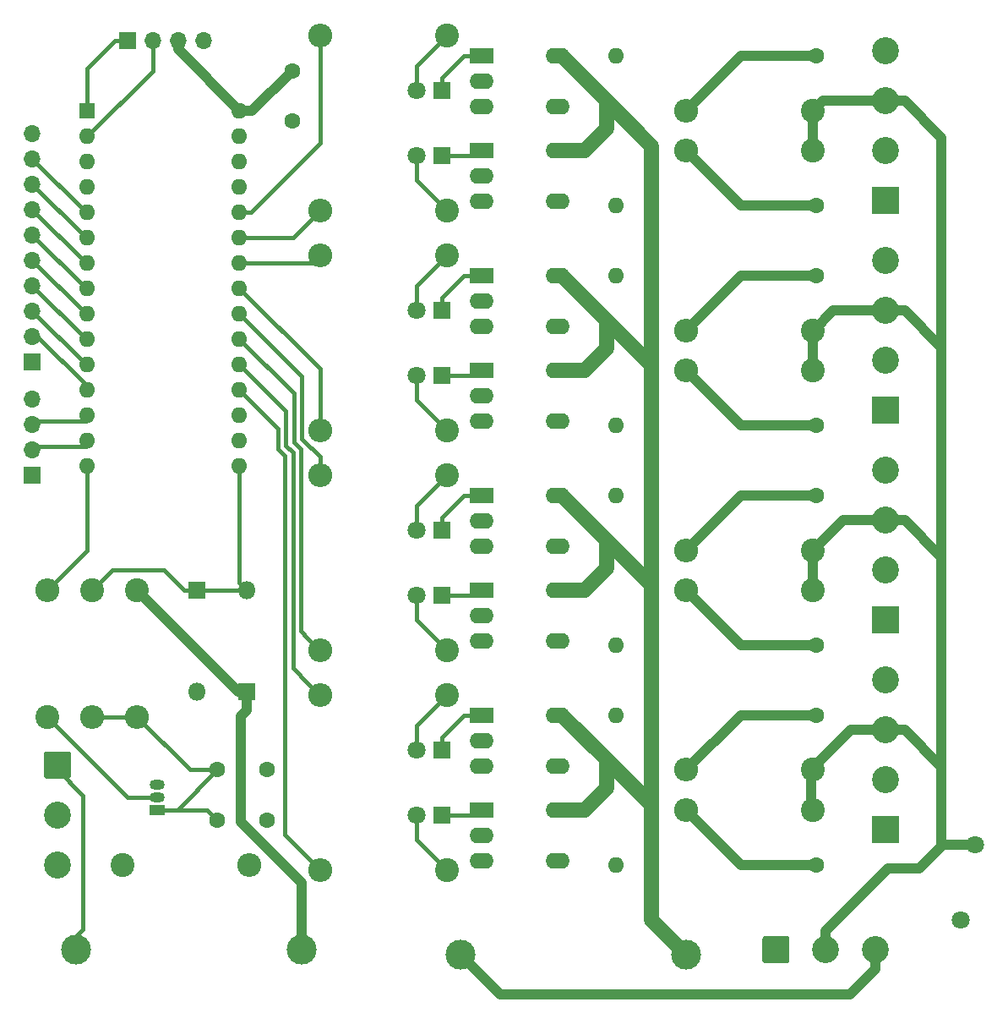
<source format=gbr>
G04 #@! TF.GenerationSoftware,KiCad,Pcbnew,5.0.1*
G04 #@! TF.CreationDate,2019-02-11T21:30:51+01:00*
G04 #@! TF.ProjectId,optocupler,6F70746F6375706C65722E6B69636164,rev?*
G04 #@! TF.SameCoordinates,Original*
G04 #@! TF.FileFunction,Copper,L1,Top,Signal*
G04 #@! TF.FilePolarity,Positive*
%FSLAX46Y46*%
G04 Gerber Fmt 4.6, Leading zero omitted, Abs format (unit mm)*
G04 Created by KiCad (PCBNEW 5.0.1) date Mon 11 Feb 2019 21:30:51 CET*
%MOMM*%
%LPD*%
G01*
G04 APERTURE LIST*
G04 #@! TA.AperFunction,ComponentPad*
%ADD10O,1.600000X1.600000*%
G04 #@! TD*
G04 #@! TA.AperFunction,ComponentPad*
%ADD11C,1.600000*%
G04 #@! TD*
G04 #@! TA.AperFunction,ComponentPad*
%ADD12R,2.400000X1.600000*%
G04 #@! TD*
G04 #@! TA.AperFunction,ComponentPad*
%ADD13O,2.400000X1.600000*%
G04 #@! TD*
G04 #@! TA.AperFunction,ComponentPad*
%ADD14C,2.700000*%
G04 #@! TD*
G04 #@! TA.AperFunction,ComponentPad*
%ADD15R,2.700000X2.700000*%
G04 #@! TD*
G04 #@! TA.AperFunction,ComponentPad*
%ADD16O,2.400000X2.400000*%
G04 #@! TD*
G04 #@! TA.AperFunction,ComponentPad*
%ADD17C,2.400000*%
G04 #@! TD*
G04 #@! TA.AperFunction,ComponentPad*
%ADD18C,1.800000*%
G04 #@! TD*
G04 #@! TA.AperFunction,Conductor*
%ADD19C,0.100000*%
G04 #@! TD*
G04 #@! TA.AperFunction,ComponentPad*
%ADD20O,1.700000X1.700000*%
G04 #@! TD*
G04 #@! TA.AperFunction,ComponentPad*
%ADD21R,1.700000X1.700000*%
G04 #@! TD*
G04 #@! TA.AperFunction,ComponentPad*
%ADD22R,1.600000X1.600000*%
G04 #@! TD*
G04 #@! TA.AperFunction,ComponentPad*
%ADD23R,1.800000X1.800000*%
G04 #@! TD*
G04 #@! TA.AperFunction,ComponentPad*
%ADD24O,1.800000X1.800000*%
G04 #@! TD*
G04 #@! TA.AperFunction,ComponentPad*
%ADD25C,3.000000*%
G04 #@! TD*
G04 #@! TA.AperFunction,ComponentPad*
%ADD26O,1.500000X1.050000*%
G04 #@! TD*
G04 #@! TA.AperFunction,ComponentPad*
%ADD27R,1.500000X1.050000*%
G04 #@! TD*
G04 #@! TA.AperFunction,Conductor*
%ADD28C,0.400000*%
G04 #@! TD*
G04 #@! TA.AperFunction,Conductor*
%ADD29C,1.000000*%
G04 #@! TD*
G04 #@! TA.AperFunction,Conductor*
%ADD30C,1.500000*%
G04 #@! TD*
G04 APERTURE END LIST*
D10*
G04 #@! TO.P,C1,2*
G04 #@! TO.N,Net-(C1-Pad2)*
X152000000Y-125500000D03*
D11*
G04 #@! TO.P,C1,1*
G04 #@! TO.N,Net-(C1-Pad1)*
X172000000Y-125500000D03*
G04 #@! TD*
D12*
G04 #@! TO.P,U7,1*
G04 #@! TO.N,Net-(D8-Pad1)*
X138500000Y-59500000D03*
D13*
G04 #@! TO.P,U7,4*
G04 #@! TO.N,Net-(C7-Pad2)*
X146120000Y-64580000D03*
G04 #@! TO.P,U7,2*
G04 #@! TO.N,Net-(A1-Pad29)*
X138500000Y-62040000D03*
G04 #@! TO.P,U7,5*
G04 #@! TO.N,N/C*
X138500000Y-64580000D03*
G04 #@! TO.P,U7,3*
G04 #@! TO.N,Net-(F1-Pad1)*
X146120000Y-59500000D03*
G04 #@! TD*
D14*
G04 #@! TO.P,J6,4*
G04 #@! TO.N,Net-(C5-Pad2)*
X179000000Y-80000000D03*
G04 #@! TO.P,J6,3*
G04 #@! TO.N,Net-(J3-Pad2)*
X179000000Y-85000000D03*
G04 #@! TO.P,J6,2*
G04 #@! TO.N,Net-(C6-Pad2)*
X179000000Y-90000000D03*
D15*
G04 #@! TO.P,J6,1*
G04 #@! TO.N,Net-(J3-Pad1)*
X179000000Y-95000000D03*
G04 #@! TD*
D16*
G04 #@! TO.P,R12,2*
G04 #@! TO.N,Net-(C4-Pad1)*
X159000000Y-113000000D03*
D17*
G04 #@! TO.P,R12,1*
G04 #@! TO.N,Net-(J3-Pad2)*
X171700000Y-113000000D03*
G04 #@! TD*
D16*
G04 #@! TO.P,R13,2*
G04 #@! TO.N,Net-(C5-Pad1)*
X159000000Y-87000000D03*
D17*
G04 #@! TO.P,R13,1*
G04 #@! TO.N,Net-(J3-Pad2)*
X171700000Y-87000000D03*
G04 #@! TD*
G04 #@! TO.P,R14,1*
G04 #@! TO.N,Net-(J3-Pad2)*
X171700000Y-91000000D03*
D16*
G04 #@! TO.P,R14,2*
G04 #@! TO.N,Net-(C6-Pad1)*
X159000000Y-91000000D03*
G04 #@! TD*
G04 #@! TO.P,R15,2*
G04 #@! TO.N,Net-(C7-Pad1)*
X159000000Y-65000000D03*
D17*
G04 #@! TO.P,R15,1*
G04 #@! TO.N,Net-(J3-Pad2)*
X171700000Y-65000000D03*
G04 #@! TD*
G04 #@! TO.P,R16,1*
G04 #@! TO.N,Net-(J3-Pad2)*
X171700000Y-69000000D03*
D16*
G04 #@! TO.P,R16,2*
G04 #@! TO.N,Net-(C8-Pad1)*
X159000000Y-69000000D03*
G04 #@! TD*
D18*
G04 #@! TO.P,RV1,1*
G04 #@! TO.N,Net-(F1-Pad1)*
X186500000Y-146000000D03*
G04 #@! TO.P,RV1,2*
G04 #@! TO.N,Net-(J3-Pad2)*
X187950000Y-138500000D03*
G04 #@! TD*
D15*
G04 #@! TO.P,J7,1*
G04 #@! TO.N,Net-(J3-Pad1)*
X179000000Y-74000000D03*
D14*
G04 #@! TO.P,J7,2*
G04 #@! TO.N,Net-(C8-Pad2)*
X179000000Y-69000000D03*
G04 #@! TO.P,J7,3*
G04 #@! TO.N,Net-(J3-Pad2)*
X179000000Y-64000000D03*
G04 #@! TO.P,J7,4*
G04 #@! TO.N,Net-(C7-Pad2)*
X179000000Y-59000000D03*
G04 #@! TD*
G04 #@! TO.P,J4,4*
G04 #@! TO.N,Net-(C1-Pad2)*
X179000000Y-122000000D03*
G04 #@! TO.P,J4,3*
G04 #@! TO.N,Net-(J3-Pad2)*
X179000000Y-127000000D03*
G04 #@! TO.P,J4,2*
G04 #@! TO.N,Net-(C2-Pad2)*
X179000000Y-132000000D03*
D15*
G04 #@! TO.P,J4,1*
G04 #@! TO.N,Net-(J3-Pad1)*
X179000000Y-137000000D03*
G04 #@! TD*
D10*
G04 #@! TO.P,C3,2*
G04 #@! TO.N,Net-(C3-Pad2)*
X152000000Y-103500000D03*
D11*
G04 #@! TO.P,C3,1*
G04 #@! TO.N,Net-(C3-Pad1)*
X172000000Y-103500000D03*
G04 #@! TD*
G04 #@! TO.P,C5,1*
G04 #@! TO.N,Net-(C5-Pad1)*
X172000000Y-81500000D03*
D10*
G04 #@! TO.P,C5,2*
G04 #@! TO.N,Net-(C5-Pad2)*
X152000000Y-81500000D03*
G04 #@! TD*
D11*
G04 #@! TO.P,C7,1*
G04 #@! TO.N,Net-(C7-Pad1)*
X172000000Y-59500000D03*
D10*
G04 #@! TO.P,C7,2*
G04 #@! TO.N,Net-(C7-Pad2)*
X152000000Y-59500000D03*
G04 #@! TD*
D19*
G04 #@! TO.N,Net-(J3-Pad1)*
G04 #@! TO.C,J3*
G36*
X169124503Y-147651204D02*
X169148772Y-147654804D01*
X169172570Y-147660765D01*
X169195670Y-147669030D01*
X169217849Y-147679520D01*
X169238892Y-147692133D01*
X169258598Y-147706748D01*
X169276776Y-147723224D01*
X169293252Y-147741402D01*
X169307867Y-147761108D01*
X169320480Y-147782151D01*
X169330970Y-147804330D01*
X169339235Y-147827430D01*
X169345196Y-147851228D01*
X169348796Y-147875497D01*
X169350000Y-147900001D01*
X169350000Y-150099999D01*
X169348796Y-150124503D01*
X169345196Y-150148772D01*
X169339235Y-150172570D01*
X169330970Y-150195670D01*
X169320480Y-150217849D01*
X169307867Y-150238892D01*
X169293252Y-150258598D01*
X169276776Y-150276776D01*
X169258598Y-150293252D01*
X169238892Y-150307867D01*
X169217849Y-150320480D01*
X169195670Y-150330970D01*
X169172570Y-150339235D01*
X169148772Y-150345196D01*
X169124503Y-150348796D01*
X169099999Y-150350000D01*
X166900001Y-150350000D01*
X166875497Y-150348796D01*
X166851228Y-150345196D01*
X166827430Y-150339235D01*
X166804330Y-150330970D01*
X166782151Y-150320480D01*
X166761108Y-150307867D01*
X166741402Y-150293252D01*
X166723224Y-150276776D01*
X166706748Y-150258598D01*
X166692133Y-150238892D01*
X166679520Y-150217849D01*
X166669030Y-150195670D01*
X166660765Y-150172570D01*
X166654804Y-150148772D01*
X166651204Y-150124503D01*
X166650000Y-150099999D01*
X166650000Y-147900001D01*
X166651204Y-147875497D01*
X166654804Y-147851228D01*
X166660765Y-147827430D01*
X166669030Y-147804330D01*
X166679520Y-147782151D01*
X166692133Y-147761108D01*
X166706748Y-147741402D01*
X166723224Y-147723224D01*
X166741402Y-147706748D01*
X166761108Y-147692133D01*
X166782151Y-147679520D01*
X166804330Y-147669030D01*
X166827430Y-147660765D01*
X166851228Y-147654804D01*
X166875497Y-147651204D01*
X166900001Y-147650000D01*
X169099999Y-147650000D01*
X169124503Y-147651204D01*
X169124503Y-147651204D01*
G37*
D14*
G04 #@! TD*
G04 #@! TO.P,J3,1*
G04 #@! TO.N,Net-(J3-Pad1)*
X168000000Y-149000000D03*
G04 #@! TO.P,J3,2*
G04 #@! TO.N,Net-(J3-Pad2)*
X173000000Y-149000000D03*
G04 #@! TO.P,J3,3*
G04 #@! TO.N,Net-(F1-Pad2)*
X178000000Y-149000000D03*
G04 #@! TD*
D10*
G04 #@! TO.P,C6,2*
G04 #@! TO.N,Net-(C6-Pad2)*
X152000000Y-96500000D03*
D11*
G04 #@! TO.P,C6,1*
G04 #@! TO.N,Net-(C6-Pad1)*
X172000000Y-96500000D03*
G04 #@! TD*
G04 #@! TO.P,C8,1*
G04 #@! TO.N,Net-(C8-Pad1)*
X172000000Y-74500000D03*
D10*
G04 #@! TO.P,C8,2*
G04 #@! TO.N,Net-(C8-Pad2)*
X152000000Y-74500000D03*
G04 #@! TD*
G04 #@! TO.P,C4,2*
G04 #@! TO.N,Net-(C4-Pad2)*
X152000000Y-118500000D03*
D11*
G04 #@! TO.P,C4,1*
G04 #@! TO.N,Net-(C4-Pad1)*
X172000000Y-118500000D03*
G04 #@! TD*
G04 #@! TO.P,C2,1*
G04 #@! TO.N,Net-(C2-Pad1)*
X172000000Y-140500000D03*
D10*
G04 #@! TO.P,C2,2*
G04 #@! TO.N,Net-(C2-Pad2)*
X152000000Y-140500000D03*
G04 #@! TD*
D15*
G04 #@! TO.P,J5,1*
G04 #@! TO.N,Net-(J3-Pad1)*
X179000000Y-116000000D03*
D14*
G04 #@! TO.P,J5,2*
G04 #@! TO.N,Net-(C4-Pad2)*
X179000000Y-111000000D03*
G04 #@! TO.P,J5,3*
G04 #@! TO.N,Net-(J3-Pad2)*
X179000000Y-106000000D03*
G04 #@! TO.P,J5,4*
G04 #@! TO.N,Net-(C3-Pad2)*
X179000000Y-101000000D03*
G04 #@! TD*
D17*
G04 #@! TO.P,R9,1*
G04 #@! TO.N,Net-(J3-Pad2)*
X171700000Y-131000000D03*
D16*
G04 #@! TO.P,R9,2*
G04 #@! TO.N,Net-(C1-Pad1)*
X159000000Y-131000000D03*
G04 #@! TD*
D17*
G04 #@! TO.P,R10,1*
G04 #@! TO.N,Net-(J3-Pad2)*
X171700000Y-135000000D03*
D16*
G04 #@! TO.P,R10,2*
G04 #@! TO.N,Net-(C2-Pad1)*
X159000000Y-135000000D03*
G04 #@! TD*
D17*
G04 #@! TO.P,R11,1*
G04 #@! TO.N,Net-(J3-Pad2)*
X171700000Y-109000000D03*
D16*
G04 #@! TO.P,R11,2*
G04 #@! TO.N,Net-(C3-Pad1)*
X159000000Y-109000000D03*
G04 #@! TD*
D20*
G04 #@! TO.P,J2,4*
G04 #@! TO.N,Net-(A1-Pad29)*
X110620000Y-58000000D03*
G04 #@! TO.P,J2,3*
G04 #@! TO.N,Net-(A1-Pad30)*
X108080000Y-58000000D03*
G04 #@! TO.P,J2,2*
G04 #@! TO.N,Net-(A1-Pad2)*
X105540000Y-58000000D03*
D21*
G04 #@! TO.P,J2,1*
G04 #@! TO.N,Net-(A1-Pad1)*
X103000000Y-58000000D03*
G04 #@! TD*
G04 #@! TO.P,J8,1*
G04 #@! TO.N,Net-(A1-Pad29)*
X93500000Y-101500000D03*
D20*
G04 #@! TO.P,J8,2*
G04 #@! TO.N,Net-(A1-Pad14)*
X93500000Y-98960000D03*
G04 #@! TO.P,J8,3*
G04 #@! TO.N,Net-(A1-Pad13)*
X93500000Y-96420000D03*
G04 #@! TO.P,J8,4*
G04 #@! TO.N,Net-(A1-Pad27)*
X93500000Y-93880000D03*
G04 #@! TD*
D21*
G04 #@! TO.P,J1,1*
G04 #@! TO.N,Net-(A1-Pad29)*
X93500000Y-90140000D03*
D20*
G04 #@! TO.P,J1,2*
G04 #@! TO.N,Net-(A1-Pad12)*
X93500000Y-87600000D03*
G04 #@! TO.P,J1,3*
G04 #@! TO.N,Net-(A1-Pad11)*
X93500000Y-85060000D03*
G04 #@! TO.P,J1,4*
G04 #@! TO.N,Net-(A1-Pad10)*
X93500000Y-82520000D03*
G04 #@! TO.P,J1,5*
G04 #@! TO.N,Net-(A1-Pad9)*
X93500000Y-79980000D03*
G04 #@! TO.P,J1,6*
G04 #@! TO.N,Net-(A1-Pad8)*
X93500000Y-77440000D03*
G04 #@! TO.P,J1,7*
G04 #@! TO.N,Net-(A1-Pad7)*
X93500000Y-74900000D03*
G04 #@! TO.P,J1,8*
G04 #@! TO.N,Net-(A1-Pad6)*
X93500000Y-72360000D03*
G04 #@! TO.P,J1,9*
G04 #@! TO.N,Net-(A1-Pad5)*
X93500000Y-69820000D03*
G04 #@! TO.P,J1,10*
G04 #@! TO.N,Net-(A1-Pad27)*
X93500000Y-67280000D03*
G04 #@! TD*
D17*
G04 #@! TO.P,R20,1*
G04 #@! TO.N,Net-(J9-Pad2)*
X102500000Y-140500000D03*
D16*
G04 #@! TO.P,R20,2*
G04 #@! TO.N,Net-(A1-Pad16)*
X115200000Y-140500000D03*
G04 #@! TD*
D22*
G04 #@! TO.P,A1,1*
G04 #@! TO.N,Net-(A1-Pad1)*
X99000000Y-65000000D03*
D10*
G04 #@! TO.P,A1,17*
G04 #@! TO.N,Net-(A1-Pad17)*
X114240000Y-98020000D03*
G04 #@! TO.P,A1,2*
G04 #@! TO.N,Net-(A1-Pad2)*
X99000000Y-67540000D03*
G04 #@! TO.P,A1,18*
G04 #@! TO.N,Net-(A1-Pad18)*
X114240000Y-95480000D03*
G04 #@! TO.P,A1,3*
G04 #@! TO.N,Net-(A1-Pad3)*
X99000000Y-70080000D03*
G04 #@! TO.P,A1,19*
G04 #@! TO.N,Net-(A1-Pad19)*
X114240000Y-92940000D03*
G04 #@! TO.P,A1,4*
G04 #@! TO.N,Net-(A1-Pad29)*
X99000000Y-72620000D03*
G04 #@! TO.P,A1,20*
G04 #@! TO.N,Net-(A1-Pad20)*
X114240000Y-90400000D03*
G04 #@! TO.P,A1,5*
G04 #@! TO.N,Net-(A1-Pad5)*
X99000000Y-75160000D03*
G04 #@! TO.P,A1,21*
G04 #@! TO.N,Net-(A1-Pad21)*
X114240000Y-87860000D03*
G04 #@! TO.P,A1,6*
G04 #@! TO.N,Net-(A1-Pad6)*
X99000000Y-77700000D03*
G04 #@! TO.P,A1,22*
G04 #@! TO.N,Net-(A1-Pad22)*
X114240000Y-85320000D03*
G04 #@! TO.P,A1,7*
G04 #@! TO.N,Net-(A1-Pad7)*
X99000000Y-80240000D03*
G04 #@! TO.P,A1,23*
G04 #@! TO.N,Net-(A1-Pad23)*
X114240000Y-82780000D03*
G04 #@! TO.P,A1,8*
G04 #@! TO.N,Net-(A1-Pad8)*
X99000000Y-82780000D03*
G04 #@! TO.P,A1,24*
G04 #@! TO.N,Net-(A1-Pad24)*
X114240000Y-80240000D03*
G04 #@! TO.P,A1,9*
G04 #@! TO.N,Net-(A1-Pad9)*
X99000000Y-85320000D03*
G04 #@! TO.P,A1,25*
G04 #@! TO.N,Net-(A1-Pad25)*
X114240000Y-77700000D03*
G04 #@! TO.P,A1,10*
G04 #@! TO.N,Net-(A1-Pad10)*
X99000000Y-87860000D03*
G04 #@! TO.P,A1,26*
G04 #@! TO.N,Net-(A1-Pad26)*
X114240000Y-75160000D03*
G04 #@! TO.P,A1,11*
G04 #@! TO.N,Net-(A1-Pad11)*
X99000000Y-90400000D03*
G04 #@! TO.P,A1,27*
G04 #@! TO.N,Net-(A1-Pad27)*
X114240000Y-72620000D03*
G04 #@! TO.P,A1,12*
G04 #@! TO.N,Net-(A1-Pad12)*
X99000000Y-92940000D03*
G04 #@! TO.P,A1,28*
G04 #@! TO.N,Net-(A1-Pad28)*
X114240000Y-70080000D03*
G04 #@! TO.P,A1,13*
G04 #@! TO.N,Net-(A1-Pad13)*
X99000000Y-95480000D03*
G04 #@! TO.P,A1,29*
G04 #@! TO.N,Net-(A1-Pad29)*
X114240000Y-67540000D03*
G04 #@! TO.P,A1,14*
G04 #@! TO.N,Net-(A1-Pad14)*
X99000000Y-98020000D03*
G04 #@! TO.P,A1,30*
G04 #@! TO.N,Net-(A1-Pad30)*
X114240000Y-65000000D03*
G04 #@! TO.P,A1,15*
G04 #@! TO.N,Net-(A1-Pad15)*
X99000000Y-100560000D03*
G04 #@! TO.P,A1,16*
G04 #@! TO.N,Net-(A1-Pad16)*
X114240000Y-100560000D03*
G04 #@! TD*
D12*
G04 #@! TO.P,U1,1*
G04 #@! TO.N,Net-(D2-Pad1)*
X138500000Y-125500000D03*
D13*
G04 #@! TO.P,U1,4*
G04 #@! TO.N,Net-(C1-Pad2)*
X146120000Y-130580000D03*
G04 #@! TO.P,U1,2*
G04 #@! TO.N,Net-(A1-Pad29)*
X138500000Y-128040000D03*
G04 #@! TO.P,U1,5*
G04 #@! TO.N,N/C*
X138500000Y-130580000D03*
G04 #@! TO.P,U1,3*
G04 #@! TO.N,Net-(F1-Pad1)*
X146120000Y-125500000D03*
G04 #@! TD*
D12*
G04 #@! TO.P,U2,1*
G04 #@! TO.N,Net-(D1-Pad1)*
X138500000Y-135000000D03*
D13*
G04 #@! TO.P,U2,4*
G04 #@! TO.N,Net-(C2-Pad2)*
X146120000Y-140080000D03*
G04 #@! TO.P,U2,2*
G04 #@! TO.N,Net-(A1-Pad29)*
X138500000Y-137540000D03*
G04 #@! TO.P,U2,5*
G04 #@! TO.N,N/C*
X138500000Y-140080000D03*
G04 #@! TO.P,U2,3*
G04 #@! TO.N,Net-(F1-Pad1)*
X146120000Y-135000000D03*
G04 #@! TD*
D12*
G04 #@! TO.P,U3,1*
G04 #@! TO.N,Net-(D4-Pad1)*
X138500000Y-103500000D03*
D13*
G04 #@! TO.P,U3,4*
G04 #@! TO.N,Net-(C3-Pad2)*
X146120000Y-108580000D03*
G04 #@! TO.P,U3,2*
G04 #@! TO.N,Net-(A1-Pad29)*
X138500000Y-106040000D03*
G04 #@! TO.P,U3,5*
G04 #@! TO.N,N/C*
X138500000Y-108580000D03*
G04 #@! TO.P,U3,3*
G04 #@! TO.N,Net-(F1-Pad1)*
X146120000Y-103500000D03*
G04 #@! TD*
D12*
G04 #@! TO.P,U4,1*
G04 #@! TO.N,Net-(D3-Pad1)*
X138500000Y-113000000D03*
D13*
G04 #@! TO.P,U4,4*
G04 #@! TO.N,Net-(C4-Pad2)*
X146120000Y-118080000D03*
G04 #@! TO.P,U4,2*
G04 #@! TO.N,Net-(A1-Pad29)*
X138500000Y-115540000D03*
G04 #@! TO.P,U4,5*
G04 #@! TO.N,N/C*
X138500000Y-118080000D03*
G04 #@! TO.P,U4,3*
G04 #@! TO.N,Net-(F1-Pad1)*
X146120000Y-113000000D03*
G04 #@! TD*
D12*
G04 #@! TO.P,U5,1*
G04 #@! TO.N,Net-(D6-Pad1)*
X138500000Y-81500000D03*
D13*
G04 #@! TO.P,U5,4*
G04 #@! TO.N,Net-(C5-Pad2)*
X146120000Y-86580000D03*
G04 #@! TO.P,U5,2*
G04 #@! TO.N,Net-(A1-Pad29)*
X138500000Y-84040000D03*
G04 #@! TO.P,U5,5*
G04 #@! TO.N,N/C*
X138500000Y-86580000D03*
G04 #@! TO.P,U5,3*
G04 #@! TO.N,Net-(F1-Pad1)*
X146120000Y-81500000D03*
G04 #@! TD*
D12*
G04 #@! TO.P,U6,1*
G04 #@! TO.N,Net-(D5-Pad1)*
X138500000Y-91000000D03*
D13*
G04 #@! TO.P,U6,4*
G04 #@! TO.N,Net-(C6-Pad2)*
X146120000Y-96080000D03*
G04 #@! TO.P,U6,2*
G04 #@! TO.N,Net-(A1-Pad29)*
X138500000Y-93540000D03*
G04 #@! TO.P,U6,5*
G04 #@! TO.N,N/C*
X138500000Y-96080000D03*
G04 #@! TO.P,U6,3*
G04 #@! TO.N,Net-(F1-Pad1)*
X146120000Y-91000000D03*
G04 #@! TD*
D12*
G04 #@! TO.P,U8,1*
G04 #@! TO.N,Net-(D7-Pad1)*
X138500000Y-69000000D03*
D13*
G04 #@! TO.P,U8,4*
G04 #@! TO.N,Net-(C8-Pad2)*
X146120000Y-74080000D03*
G04 #@! TO.P,U8,2*
G04 #@! TO.N,Net-(A1-Pad29)*
X138500000Y-71540000D03*
G04 #@! TO.P,U8,5*
G04 #@! TO.N,N/C*
X138500000Y-74080000D03*
G04 #@! TO.P,U8,3*
G04 #@! TO.N,Net-(F1-Pad1)*
X146120000Y-69000000D03*
G04 #@! TD*
D11*
G04 #@! TO.P,C9,1*
G04 #@! TO.N,Net-(A1-Pad29)*
X119500000Y-66000000D03*
G04 #@! TO.P,C9,2*
G04 #@! TO.N,Net-(A1-Pad30)*
X119500000Y-61000000D03*
G04 #@! TD*
G04 #@! TO.P,C10,1*
G04 #@! TO.N,Net-(C10-Pad1)*
X112000000Y-136000000D03*
G04 #@! TO.P,C10,2*
G04 #@! TO.N,Net-(C10-Pad2)*
X117000000Y-136000000D03*
G04 #@! TD*
G04 #@! TO.P,C11,2*
G04 #@! TO.N,Net-(A1-Pad29)*
X117000000Y-131000000D03*
G04 #@! TO.P,C11,1*
G04 #@! TO.N,Net-(C10-Pad1)*
X112000000Y-131000000D03*
G04 #@! TD*
D23*
G04 #@! TO.P,D1,1*
G04 #@! TO.N,Net-(D1-Pad1)*
X134500000Y-135500000D03*
D18*
G04 #@! TO.P,D1,2*
G04 #@! TO.N,Net-(D1-Pad2)*
X131960000Y-135500000D03*
G04 #@! TD*
G04 #@! TO.P,D2,2*
G04 #@! TO.N,Net-(D2-Pad2)*
X131960000Y-129000000D03*
D23*
G04 #@! TO.P,D2,1*
G04 #@! TO.N,Net-(D2-Pad1)*
X134500000Y-129000000D03*
G04 #@! TD*
D18*
G04 #@! TO.P,D3,2*
G04 #@! TO.N,Net-(D3-Pad2)*
X131960000Y-113500000D03*
D23*
G04 #@! TO.P,D3,1*
G04 #@! TO.N,Net-(D3-Pad1)*
X134500000Y-113500000D03*
G04 #@! TD*
G04 #@! TO.P,D4,1*
G04 #@! TO.N,Net-(D4-Pad1)*
X134500000Y-107000000D03*
D18*
G04 #@! TO.P,D4,2*
G04 #@! TO.N,Net-(D4-Pad2)*
X131960000Y-107000000D03*
G04 #@! TD*
D23*
G04 #@! TO.P,D5,1*
G04 #@! TO.N,Net-(D5-Pad1)*
X134500000Y-91500000D03*
D18*
G04 #@! TO.P,D5,2*
G04 #@! TO.N,Net-(D5-Pad2)*
X131960000Y-91500000D03*
G04 #@! TD*
G04 #@! TO.P,D6,2*
G04 #@! TO.N,Net-(D6-Pad2)*
X131960000Y-85000000D03*
D23*
G04 #@! TO.P,D6,1*
G04 #@! TO.N,Net-(D6-Pad1)*
X134500000Y-85000000D03*
G04 #@! TD*
G04 #@! TO.P,D7,1*
G04 #@! TO.N,Net-(D7-Pad1)*
X134500000Y-69500000D03*
D18*
G04 #@! TO.P,D7,2*
G04 #@! TO.N,Net-(D7-Pad2)*
X131960000Y-69500000D03*
G04 #@! TD*
G04 #@! TO.P,D8,2*
G04 #@! TO.N,Net-(D8-Pad2)*
X131960000Y-63000000D03*
D23*
G04 #@! TO.P,D8,1*
G04 #@! TO.N,Net-(D8-Pad1)*
X134500000Y-63000000D03*
G04 #@! TD*
G04 #@! TO.P,D9,1*
G04 #@! TO.N,Net-(A1-Pad27)*
X115000000Y-123160000D03*
D24*
G04 #@! TO.P,D9,2*
G04 #@! TO.N,Net-(A1-Pad16)*
X115000000Y-113000000D03*
G04 #@! TD*
G04 #@! TO.P,D10,2*
G04 #@! TO.N,Net-(A1-Pad29)*
X110000000Y-123160000D03*
D23*
G04 #@! TO.P,D10,1*
G04 #@! TO.N,Net-(A1-Pad16)*
X110000000Y-113000000D03*
G04 #@! TD*
D25*
G04 #@! TO.P,F1,2*
G04 #@! TO.N,Net-(F1-Pad2)*
X136400000Y-149500000D03*
G04 #@! TO.P,F1,1*
G04 #@! TO.N,Net-(F1-Pad1)*
X159000000Y-149500000D03*
G04 #@! TD*
G04 #@! TO.P,F2,1*
G04 #@! TO.N,Net-(A1-Pad27)*
X120500000Y-149000000D03*
G04 #@! TO.P,F2,2*
G04 #@! TO.N,Net-(F2-Pad2)*
X97900000Y-149000000D03*
G04 #@! TD*
D14*
G04 #@! TO.P,J9,3*
G04 #@! TO.N,Net-(A1-Pad29)*
X96000000Y-140500000D03*
G04 #@! TO.P,J9,2*
G04 #@! TO.N,Net-(J9-Pad2)*
X96000000Y-135500000D03*
D19*
G04 #@! TD*
G04 #@! TO.N,Net-(F2-Pad2)*
G04 #@! TO.C,J9*
G36*
X97124503Y-129151204D02*
X97148772Y-129154804D01*
X97172570Y-129160765D01*
X97195670Y-129169030D01*
X97217849Y-129179520D01*
X97238892Y-129192133D01*
X97258598Y-129206748D01*
X97276776Y-129223224D01*
X97293252Y-129241402D01*
X97307867Y-129261108D01*
X97320480Y-129282151D01*
X97330970Y-129304330D01*
X97339235Y-129327430D01*
X97345196Y-129351228D01*
X97348796Y-129375497D01*
X97350000Y-129400001D01*
X97350000Y-131599999D01*
X97348796Y-131624503D01*
X97345196Y-131648772D01*
X97339235Y-131672570D01*
X97330970Y-131695670D01*
X97320480Y-131717849D01*
X97307867Y-131738892D01*
X97293252Y-131758598D01*
X97276776Y-131776776D01*
X97258598Y-131793252D01*
X97238892Y-131807867D01*
X97217849Y-131820480D01*
X97195670Y-131830970D01*
X97172570Y-131839235D01*
X97148772Y-131845196D01*
X97124503Y-131848796D01*
X97099999Y-131850000D01*
X94900001Y-131850000D01*
X94875497Y-131848796D01*
X94851228Y-131845196D01*
X94827430Y-131839235D01*
X94804330Y-131830970D01*
X94782151Y-131820480D01*
X94761108Y-131807867D01*
X94741402Y-131793252D01*
X94723224Y-131776776D01*
X94706748Y-131758598D01*
X94692133Y-131738892D01*
X94679520Y-131717849D01*
X94669030Y-131695670D01*
X94660765Y-131672570D01*
X94654804Y-131648772D01*
X94651204Y-131624503D01*
X94650000Y-131599999D01*
X94650000Y-129400001D01*
X94651204Y-129375497D01*
X94654804Y-129351228D01*
X94660765Y-129327430D01*
X94669030Y-129304330D01*
X94679520Y-129282151D01*
X94692133Y-129261108D01*
X94706748Y-129241402D01*
X94723224Y-129223224D01*
X94741402Y-129206748D01*
X94761108Y-129192133D01*
X94782151Y-129179520D01*
X94804330Y-129169030D01*
X94827430Y-129160765D01*
X94851228Y-129154804D01*
X94875497Y-129151204D01*
X94900001Y-129150000D01*
X97099999Y-129150000D01*
X97124503Y-129151204D01*
X97124503Y-129151204D01*
G37*
D14*
G04 #@! TO.P,J9,1*
G04 #@! TO.N,Net-(F2-Pad2)*
X96000000Y-130500000D03*
G04 #@! TD*
D26*
G04 #@! TO.P,Q1,2*
G04 #@! TO.N,Net-(C10-Pad2)*
X106000000Y-133730000D03*
G04 #@! TO.P,Q1,3*
G04 #@! TO.N,Net-(A1-Pad29)*
X106000000Y-132460000D03*
D27*
G04 #@! TO.P,Q1,1*
G04 #@! TO.N,Net-(C10-Pad1)*
X106000000Y-135000000D03*
G04 #@! TD*
D16*
G04 #@! TO.P,R1,2*
G04 #@! TO.N,Net-(A1-Pad19)*
X122300000Y-141000000D03*
D17*
G04 #@! TO.P,R1,1*
G04 #@! TO.N,Net-(D1-Pad2)*
X135000000Y-141000000D03*
G04 #@! TD*
G04 #@! TO.P,R2,1*
G04 #@! TO.N,Net-(D2-Pad2)*
X135000000Y-123500000D03*
D16*
G04 #@! TO.P,R2,2*
G04 #@! TO.N,Net-(A1-Pad20)*
X122300000Y-123500000D03*
G04 #@! TD*
G04 #@! TO.P,R3,2*
G04 #@! TO.N,Net-(A1-Pad21)*
X122300000Y-119000000D03*
D17*
G04 #@! TO.P,R3,1*
G04 #@! TO.N,Net-(D3-Pad2)*
X135000000Y-119000000D03*
G04 #@! TD*
G04 #@! TO.P,R4,1*
G04 #@! TO.N,Net-(D4-Pad2)*
X135000000Y-101500000D03*
D16*
G04 #@! TO.P,R4,2*
G04 #@! TO.N,Net-(A1-Pad22)*
X122300000Y-101500000D03*
G04 #@! TD*
D17*
G04 #@! TO.P,R5,1*
G04 #@! TO.N,Net-(D5-Pad2)*
X135000000Y-97000000D03*
D16*
G04 #@! TO.P,R5,2*
G04 #@! TO.N,Net-(A1-Pad23)*
X122300000Y-97000000D03*
G04 #@! TD*
G04 #@! TO.P,R6,2*
G04 #@! TO.N,Net-(A1-Pad24)*
X122300000Y-79500000D03*
D17*
G04 #@! TO.P,R6,1*
G04 #@! TO.N,Net-(D6-Pad2)*
X135000000Y-79500000D03*
G04 #@! TD*
D16*
G04 #@! TO.P,R7,2*
G04 #@! TO.N,Net-(A1-Pad25)*
X122300000Y-75000000D03*
D17*
G04 #@! TO.P,R7,1*
G04 #@! TO.N,Net-(D7-Pad2)*
X135000000Y-75000000D03*
G04 #@! TD*
G04 #@! TO.P,R8,1*
G04 #@! TO.N,Net-(D8-Pad2)*
X135000000Y-57500000D03*
D16*
G04 #@! TO.P,R8,2*
G04 #@! TO.N,Net-(A1-Pad26)*
X122300000Y-57500000D03*
G04 #@! TD*
G04 #@! TO.P,R17,2*
G04 #@! TO.N,Net-(A1-Pad15)*
X95000000Y-113000000D03*
D17*
G04 #@! TO.P,R17,1*
G04 #@! TO.N,Net-(C10-Pad2)*
X95000000Y-125700000D03*
G04 #@! TD*
D16*
G04 #@! TO.P,R18,2*
G04 #@! TO.N,Net-(C10-Pad1)*
X99500000Y-125700000D03*
D17*
G04 #@! TO.P,R18,1*
G04 #@! TO.N,Net-(A1-Pad16)*
X99500000Y-113000000D03*
G04 #@! TD*
G04 #@! TO.P,R19,1*
G04 #@! TO.N,Net-(A1-Pad27)*
X104000000Y-113000000D03*
D16*
G04 #@! TO.P,R19,2*
G04 #@! TO.N,Net-(C10-Pad1)*
X104000000Y-125700000D03*
G04 #@! TD*
D28*
G04 #@! TO.N,Net-(A1-Pad1)*
X101750000Y-58000000D02*
X103000000Y-58000000D01*
X99000000Y-60750000D02*
X101750000Y-58000000D01*
X99000000Y-65000000D02*
X99000000Y-60750000D01*
G04 #@! TO.N,Net-(A1-Pad2)*
X105540000Y-61000000D02*
X105540000Y-58000000D01*
X99000000Y-67540000D02*
X105540000Y-61000000D01*
G04 #@! TO.N,Net-(A1-Pad19)*
X121100001Y-139800001D02*
X122300000Y-141000000D01*
X118800000Y-137500000D02*
X121100001Y-139800001D01*
X118099969Y-98858129D02*
X118800000Y-99558160D01*
X118099968Y-96799968D02*
X118099969Y-98858129D01*
X114240000Y-92940000D02*
X118099968Y-96799968D01*
X118800000Y-99558160D02*
X118800000Y-137500000D01*
G04 #@! TO.N,Net-(A1-Pad20)*
X121100001Y-122300001D02*
X122300000Y-123500000D01*
X118899979Y-98526753D02*
X119600602Y-99227376D01*
X119600602Y-99227376D02*
X119600602Y-120800602D01*
X118899979Y-95059979D02*
X118899979Y-98526753D01*
X114240000Y-90400000D02*
X118899979Y-95059979D01*
X119600602Y-120800602D02*
X121100001Y-122300001D01*
G04 #@! TO.N,Net-(A1-Pad5)*
X93500000Y-69820000D02*
X98840000Y-75160000D01*
G04 #@! TO.N,Net-(A1-Pad21)*
X114240000Y-87860000D02*
X119699988Y-93319988D01*
X120400613Y-98896001D02*
X120400613Y-117100613D01*
X120400613Y-117100613D02*
X121100001Y-117800001D01*
X119699989Y-98195377D02*
X120400613Y-98896001D01*
X119699988Y-93319988D02*
X119699989Y-98195377D01*
X121100001Y-117800001D02*
X122300000Y-119000000D01*
G04 #@! TO.N,Net-(A1-Pad6)*
X93500000Y-72360000D02*
X98840000Y-77700000D01*
G04 #@! TO.N,Net-(A1-Pad22)*
X120499999Y-97864001D02*
X122300000Y-99664002D01*
X122300000Y-99802944D02*
X122300000Y-101500000D01*
X122300000Y-99664002D02*
X122300000Y-99802944D01*
X120499999Y-91579999D02*
X120499999Y-97864001D01*
X114240000Y-85320000D02*
X120499999Y-91579999D01*
G04 #@! TO.N,Net-(A1-Pad7)*
X93500000Y-74900000D02*
X98840000Y-80240000D01*
G04 #@! TO.N,Net-(A1-Pad23)*
X122300000Y-90840000D02*
X114240000Y-82780000D01*
X122300000Y-97000000D02*
X122300000Y-90840000D01*
G04 #@! TO.N,Net-(A1-Pad8)*
X93500000Y-77440000D02*
X98840000Y-82780000D01*
G04 #@! TO.N,Net-(A1-Pad24)*
X121560000Y-80240000D02*
X122300000Y-79500000D01*
X114240000Y-80240000D02*
X121560000Y-80240000D01*
G04 #@! TO.N,Net-(A1-Pad9)*
X93500000Y-79980000D02*
X98840000Y-85320000D01*
G04 #@! TO.N,Net-(A1-Pad25)*
X119600000Y-77700000D02*
X122300000Y-75000000D01*
X114240000Y-77700000D02*
X119600000Y-77700000D01*
G04 #@! TO.N,Net-(A1-Pad10)*
X93500000Y-82520000D02*
X98840000Y-87860000D01*
G04 #@! TO.N,Net-(A1-Pad26)*
X122300000Y-59197056D02*
X122300000Y-57500000D01*
X122300000Y-68231370D02*
X122300000Y-59197056D01*
X115371370Y-75160000D02*
X122300000Y-68231370D01*
X114240000Y-75160000D02*
X115371370Y-75160000D01*
G04 #@! TO.N,Net-(A1-Pad11)*
X93500000Y-85060000D02*
X98840000Y-90400000D01*
D29*
G04 #@! TO.N,Net-(A1-Pad27)*
X114160000Y-123160000D02*
X115000000Y-123160000D01*
X104000000Y-113000000D02*
X114160000Y-123160000D01*
X114400000Y-125660000D02*
X115000000Y-125060000D01*
X114400000Y-136200000D02*
X114400000Y-125660000D01*
X120500000Y-149000000D02*
X120500000Y-142300000D01*
X115000000Y-125060000D02*
X115000000Y-123160000D01*
X120500000Y-142300000D02*
X114400000Y-136200000D01*
D28*
G04 #@! TO.N,Net-(A1-Pad12)*
X98840000Y-92440000D02*
X98840000Y-92940000D01*
X93500000Y-87600000D02*
X94000000Y-87600000D01*
X94000000Y-87600000D02*
X98840000Y-92440000D01*
G04 #@! TO.N,Net-(A1-Pad13)*
X93500000Y-96060000D02*
X98920000Y-96060000D01*
G04 #@! TO.N,Net-(A1-Pad14)*
X93500000Y-98600000D02*
X98920000Y-98600000D01*
G04 #@! TO.N,Net-(A1-Pad30)*
X114240000Y-65000000D02*
X114000000Y-65000000D01*
D29*
X108080000Y-58840000D02*
X114240000Y-65000000D01*
X108080000Y-58000000D02*
X108080000Y-58840000D01*
X115500000Y-65000000D02*
X119500000Y-61000000D01*
X114240000Y-65000000D02*
X115500000Y-65000000D01*
D28*
G04 #@! TO.N,Net-(A1-Pad15)*
X99000000Y-109000000D02*
X99000000Y-100560000D01*
X95000000Y-113000000D02*
X99000000Y-109000000D01*
G04 #@! TO.N,Net-(A1-Pad16)*
X114240000Y-112240000D02*
X115000000Y-113000000D01*
X114240000Y-100560000D02*
X114240000Y-112240000D01*
X113727208Y-113000000D02*
X110000000Y-113000000D01*
X115000000Y-113000000D02*
X113727208Y-113000000D01*
X100699999Y-111800001D02*
X99500000Y-113000000D01*
X106700000Y-111000000D02*
X101500000Y-111000000D01*
X110000000Y-113000000D02*
X108700000Y-113000000D01*
X101500000Y-111000000D02*
X100699999Y-111800001D01*
X108700000Y-113000000D02*
X106700000Y-111000000D01*
D29*
G04 #@! TO.N,Net-(C1-Pad1)*
X164500000Y-125500000D02*
X159000000Y-131000000D01*
X172000000Y-125500000D02*
X164500000Y-125500000D01*
G04 #@! TO.N,Net-(C2-Pad1)*
X164500000Y-140500000D02*
X159000000Y-135000000D01*
X172000000Y-140500000D02*
X164500000Y-140500000D01*
G04 #@! TO.N,Net-(C3-Pad1)*
X164500000Y-103500000D02*
X159000000Y-109000000D01*
X172000000Y-103500000D02*
X164500000Y-103500000D01*
G04 #@! TO.N,Net-(C4-Pad1)*
X164500000Y-118500000D02*
X159000000Y-113000000D01*
X172000000Y-118500000D02*
X164500000Y-118500000D01*
G04 #@! TO.N,Net-(C5-Pad1)*
X164500000Y-81500000D02*
X159000000Y-87000000D01*
X172000000Y-81500000D02*
X164500000Y-81500000D01*
G04 #@! TO.N,Net-(C6-Pad1)*
X164500000Y-96500000D02*
X159000000Y-91000000D01*
X172000000Y-96500000D02*
X164500000Y-96500000D01*
G04 #@! TO.N,Net-(C7-Pad1)*
X164500000Y-59500000D02*
X172000000Y-59500000D01*
X159000000Y-65000000D02*
X164500000Y-59500000D01*
G04 #@! TO.N,Net-(C8-Pad1)*
X164500000Y-74500000D02*
X172000000Y-74500000D01*
X159000000Y-69000000D02*
X164500000Y-74500000D01*
D28*
G04 #@! TO.N,Net-(C10-Pad1)*
X111000000Y-135000000D02*
X112000000Y-136000000D01*
X106000000Y-135000000D02*
X111000000Y-135000000D01*
X108000000Y-135000000D02*
X106000000Y-135000000D01*
X112000000Y-131000000D02*
X108000000Y-135000000D01*
X99500000Y-125700000D02*
X104000000Y-125700000D01*
X109300000Y-131000000D02*
X112000000Y-131000000D01*
X104000000Y-125700000D02*
X109300000Y-131000000D01*
G04 #@! TO.N,Net-(C10-Pad2)*
X103030000Y-133730000D02*
X95000000Y-125700000D01*
X106000000Y-133730000D02*
X103030000Y-133730000D01*
G04 #@! TO.N,Net-(D1-Pad1)*
X138000000Y-135500000D02*
X138500000Y-135000000D01*
X134500000Y-135500000D02*
X138000000Y-135500000D01*
G04 #@! TO.N,Net-(D1-Pad2)*
X131960000Y-137960000D02*
X131960000Y-135500000D01*
X135000000Y-141000000D02*
X131960000Y-137960000D01*
G04 #@! TO.N,Net-(D2-Pad2)*
X131960000Y-126540000D02*
X131960000Y-129000000D01*
X135000000Y-123500000D02*
X131960000Y-126540000D01*
G04 #@! TO.N,Net-(D2-Pad1)*
X136900000Y-125500000D02*
X138500000Y-125500000D01*
X136700000Y-125500000D02*
X136900000Y-125500000D01*
X134500000Y-127700000D02*
X136700000Y-125500000D01*
X134500000Y-129000000D02*
X134500000Y-127700000D01*
G04 #@! TO.N,Net-(D3-Pad2)*
X131960000Y-115960000D02*
X131960000Y-113500000D01*
X135000000Y-119000000D02*
X131960000Y-115960000D01*
G04 #@! TO.N,Net-(D3-Pad1)*
X138000000Y-113500000D02*
X138500000Y-113000000D01*
X134500000Y-113500000D02*
X138000000Y-113500000D01*
G04 #@! TO.N,Net-(D4-Pad1)*
X136900000Y-103500000D02*
X138500000Y-103500000D01*
X136700000Y-103500000D02*
X136900000Y-103500000D01*
X134500000Y-105700000D02*
X136700000Y-103500000D01*
X134500000Y-107000000D02*
X134500000Y-105700000D01*
G04 #@! TO.N,Net-(D4-Pad2)*
X131960000Y-104540000D02*
X131960000Y-107000000D01*
X135000000Y-101500000D02*
X131960000Y-104540000D01*
G04 #@! TO.N,Net-(D5-Pad1)*
X138000000Y-91500000D02*
X138500000Y-91000000D01*
X134500000Y-91500000D02*
X138000000Y-91500000D01*
G04 #@! TO.N,Net-(D5-Pad2)*
X131960000Y-93960000D02*
X135000000Y-97000000D01*
X131960000Y-91500000D02*
X131960000Y-93960000D01*
G04 #@! TO.N,Net-(D6-Pad2)*
X131960000Y-82540000D02*
X131960000Y-85000000D01*
X135000000Y-79500000D02*
X131960000Y-82540000D01*
G04 #@! TO.N,Net-(D6-Pad1)*
X136900000Y-81500000D02*
X138500000Y-81500000D01*
X136700000Y-81500000D02*
X136900000Y-81500000D01*
X134500000Y-83700000D02*
X136700000Y-81500000D01*
X134500000Y-85000000D02*
X134500000Y-83700000D01*
G04 #@! TO.N,Net-(D7-Pad1)*
X138000000Y-69500000D02*
X138500000Y-69000000D01*
X134500000Y-69500000D02*
X138000000Y-69500000D01*
G04 #@! TO.N,Net-(D7-Pad2)*
X131960000Y-71960000D02*
X131960000Y-69500000D01*
X135000000Y-75000000D02*
X131960000Y-71960000D01*
G04 #@! TO.N,Net-(D8-Pad2)*
X131960000Y-60540000D02*
X135000000Y-57500000D01*
X131960000Y-63000000D02*
X131960000Y-60540000D01*
G04 #@! TO.N,Net-(D8-Pad1)*
X136900000Y-59500000D02*
X138500000Y-59500000D01*
X136700000Y-59500000D02*
X136900000Y-59500000D01*
X134500000Y-61700000D02*
X136700000Y-59500000D01*
X134500000Y-63000000D02*
X134500000Y-61700000D01*
D29*
G04 #@! TO.N,Net-(F1-Pad2)*
X140400001Y-153500001D02*
X174198001Y-153500001D01*
X136400000Y-149500000D02*
X140400001Y-153500001D01*
X175409187Y-153500001D02*
X174198001Y-153500001D01*
X178000000Y-150909188D02*
X175409187Y-153500001D01*
X178000000Y-149000000D02*
X178000000Y-150909188D01*
D30*
G04 #@! TO.N,Net-(F1-Pad1)*
X146520000Y-59500000D02*
X146120000Y-59500000D01*
X159000000Y-149500000D02*
X155550001Y-146050001D01*
X155550001Y-74800000D02*
X155550001Y-68530001D01*
X155550001Y-90530001D02*
X155550001Y-92600000D01*
X146120000Y-81500000D02*
X146520000Y-81500000D01*
X155550001Y-92600000D02*
X155550001Y-74800000D01*
X155550001Y-97000000D02*
X155550001Y-92600000D01*
X146120000Y-103500000D02*
X146520000Y-103500000D01*
X155550001Y-112530001D02*
X155550001Y-115400000D01*
X155550001Y-115400000D02*
X155550001Y-97000000D01*
X155550001Y-120400000D02*
X155550001Y-115400000D01*
X155550001Y-146050001D02*
X155550001Y-143800000D01*
X146120000Y-125500000D02*
X146520000Y-125500000D01*
X155550001Y-143800000D02*
X155550001Y-136600000D01*
X155550001Y-134530001D02*
X155550001Y-136600000D01*
X155550001Y-136600000D02*
X155550001Y-120400000D01*
X151000000Y-132820000D02*
X151000000Y-129980000D01*
X148820000Y-135000000D02*
X151000000Y-132820000D01*
X146120000Y-135000000D02*
X148820000Y-135000000D01*
X146520000Y-125500000D02*
X151000000Y-129980000D01*
X151000000Y-129980000D02*
X155550001Y-134530001D01*
X151020000Y-110800000D02*
X151020000Y-108000000D01*
X148820000Y-113000000D02*
X151020000Y-110800000D01*
X146120000Y-113000000D02*
X148820000Y-113000000D01*
X146520000Y-103500000D02*
X151020000Y-108000000D01*
X151020000Y-108000000D02*
X155550001Y-112530001D01*
X151020000Y-88800000D02*
X151020000Y-86000000D01*
X146120000Y-91000000D02*
X148820000Y-91000000D01*
X148820000Y-91000000D02*
X151020000Y-88800000D01*
X146520000Y-81500000D02*
X151020000Y-86000000D01*
X151020000Y-86000000D02*
X155550001Y-90530001D01*
X151020000Y-66800000D02*
X151020000Y-64000000D01*
X148820000Y-69000000D02*
X151020000Y-66800000D01*
X146120000Y-69000000D02*
X148820000Y-69000000D01*
X155550001Y-68530001D02*
X151020000Y-64000000D01*
X151020000Y-64000000D02*
X146520000Y-59500000D01*
D28*
G04 #@! TO.N,Net-(F2-Pad2)*
X97900000Y-147600000D02*
X97900000Y-149000000D01*
X98500000Y-147000000D02*
X97900000Y-147600000D01*
X98500000Y-146500000D02*
X98500000Y-147000000D01*
X96000000Y-131000000D02*
X98550001Y-133550001D01*
X98550001Y-146449999D02*
X98500000Y-146500000D01*
X98550001Y-133550001D02*
X98550001Y-146449999D01*
D29*
G04 #@! TO.N,Net-(J3-Pad2)*
X171700000Y-69000000D02*
X171700000Y-65000000D01*
X173000000Y-147090812D02*
X173000000Y-149000000D01*
X182850001Y-140350001D02*
X182350001Y-140850001D01*
X182350001Y-140850001D02*
X179240811Y-140850001D01*
X179240811Y-140850001D02*
X173000000Y-147090812D01*
X171700000Y-91000000D02*
X171700000Y-87000000D01*
X171700000Y-113000000D02*
X171700000Y-109000000D01*
X174700000Y-106000000D02*
X179000000Y-106000000D01*
X171700000Y-109000000D02*
X174700000Y-106000000D01*
X171700000Y-87000000D02*
X171750000Y-87000000D01*
X171750000Y-87000000D02*
X173750000Y-85000000D01*
X173750000Y-85000000D02*
X179000000Y-85000000D01*
X171700000Y-65000000D02*
X171750000Y-65000000D01*
X172750000Y-64000000D02*
X179000000Y-64000000D01*
X171750000Y-65000000D02*
X172750000Y-64000000D01*
X171500000Y-135000000D02*
X171500000Y-131000000D01*
X175500000Y-127000000D02*
X179000000Y-127000000D01*
X171500000Y-131000000D02*
X175500000Y-127000000D01*
X187950000Y-138500000D02*
X184700002Y-138500000D01*
X184600000Y-138600002D02*
X184200002Y-139000000D01*
X180909188Y-64000000D02*
X184600000Y-67690812D01*
X179000000Y-64000000D02*
X180909188Y-64000000D01*
X184700002Y-138500000D02*
X184200002Y-139000000D01*
X184200002Y-139000000D02*
X182850001Y-140350001D01*
X184600000Y-88690812D02*
X184600000Y-90200000D01*
X180909188Y-85000000D02*
X184600000Y-88690812D01*
X179000000Y-85000000D02*
X180909188Y-85000000D01*
X184600000Y-67690812D02*
X184600000Y-90200000D01*
X180909188Y-106000000D02*
X184600000Y-109690812D01*
X179000000Y-106000000D02*
X180909188Y-106000000D01*
X184600000Y-109690812D02*
X184600000Y-111200000D01*
X184600000Y-90200000D02*
X184600000Y-111200000D01*
X184600000Y-130690812D02*
X184600000Y-132000000D01*
X180909188Y-127000000D02*
X184600000Y-130690812D01*
X184600000Y-111200000D02*
X184600000Y-132000000D01*
X179000000Y-127000000D02*
X180909188Y-127000000D01*
X184600000Y-132000000D02*
X184600000Y-138600002D01*
G04 #@! TD*
M02*

</source>
